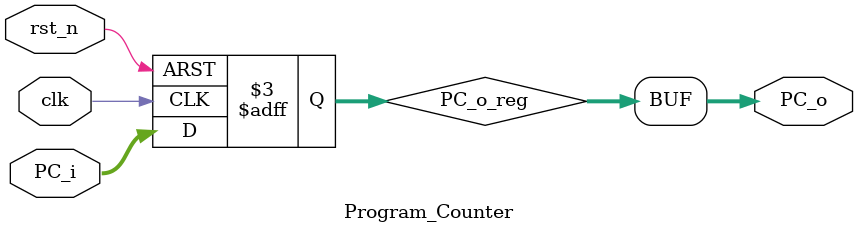
<source format=sv>
module Program_Counter#(
    parameter ADDR_WIDTH = 32  
) (
    input                           clk,
    input                           rst_n,
    input   [ADDR_WIDTH - 1 : 0]    PC_i,
    output  [ADDR_WIDTH - 1 : 0]    PC_o
);

logic   [ADDR_WIDTH - 1 : 0]    PC_o_reg;

always @(posedge clk or negedge rst_n) begin
    if (!rst_n) begin
        PC_o_reg <= 'b0;
    end else begin
        PC_o_reg <= PC_i;
    end
end 

assign PC_o = PC_o_reg;

endmodule
</source>
